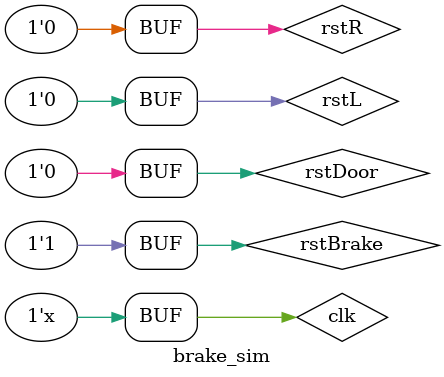
<source format=v>
module brake_sim();
reg clk;
reg rstL;
reg rstR;
reg rstBrake;
reg rstDoor;
wire [2:0] ledL;
wire [2:0] ledR;
wire [6:0] ledNum1;
wire [6:0] ledNum2;

water_lamp u0(
    .clk(clk),
    .rstL(rstL),
    .ledL(ledL),
    .rstR(rstR),
    .ledR(ledR),
    .rstBrake(rstBrake),
    .rstDoor(rstDoor),
    .ledNum1(ledNum1),
    .ledNum2(ledNum2)
    );
parameter CYCLE = 10;
always # (CYCLE)clk=~clk;
    initial
        begin
        clk = 1'b0;
        rstL = 1'b0;
        rstR = 1'b0;
        rstDoor = 1'b0;
        rstBrake = 1'b0;
        #100;
        rstBrake = 1'b1;
        end
endmodule
</source>
